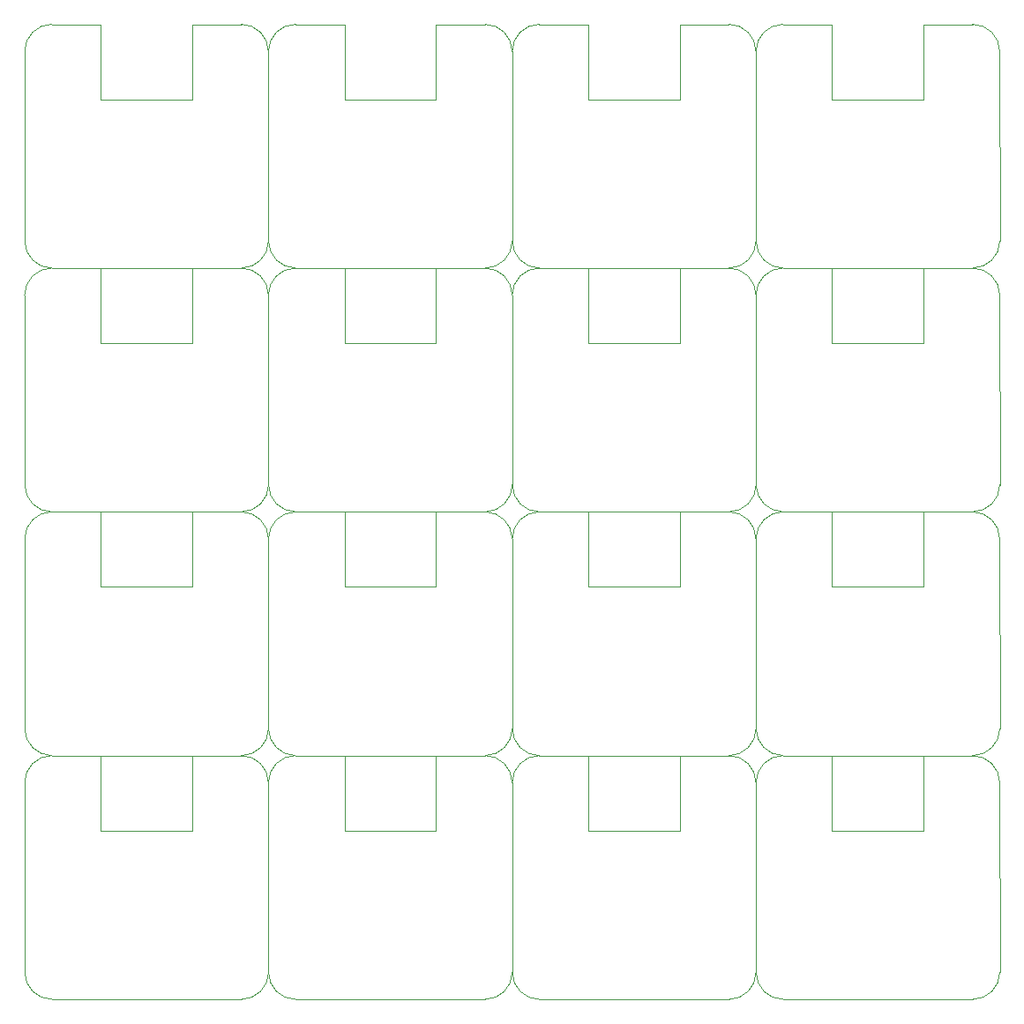
<source format=gm1>
G04 #@! TF.GenerationSoftware,KiCad,Pcbnew,8.0.6*
G04 #@! TF.CreationDate,2024-11-12T16:38:53+01:00*
G04 #@! TF.ProjectId,USB-C_Adapter - nutzen,5553422d-435f-4416-9461-70746572202d,rev?*
G04 #@! TF.SameCoordinates,Original*
G04 #@! TF.FileFunction,Profile,NP*
%FSLAX46Y46*%
G04 Gerber Fmt 4.6, Leading zero omitted, Abs format (unit mm)*
G04 Created by KiCad (PCBNEW 8.0.6) date 2024-11-12 16:38:53*
%MOMM*%
%LPD*%
G01*
G04 APERTURE LIST*
G04 #@! TA.AperFunction,Profile*
%ADD10C,0.050000*%
G04 #@! TD*
G04 APERTURE END LIST*
D10*
X225194000Y-117955900D02*
X229894000Y-117955900D01*
X183094000Y-141355900D02*
G75*
G02*
X185694000Y-143955900I0J-2600000D01*
G01*
X209104000Y-185555900D02*
X209094000Y-167355900D01*
X209104000Y-162155900D02*
X209094000Y-143955900D01*
X209104000Y-138755900D02*
X209094000Y-120555900D01*
X232494000Y-143955900D02*
G75*
G02*
X235094000Y-141355900I2600000J0D01*
G01*
X225194000Y-164755900D02*
X229894000Y-164755900D01*
X232504000Y-162155900D02*
G75*
G02*
X229904000Y-164755900I-2600000J0D01*
G01*
X248594000Y-141355900D02*
X253294000Y-141355900D01*
X211704000Y-188155900D02*
G75*
G02*
X209104000Y-185555900I0J2600000D01*
G01*
X232504000Y-162155900D02*
X232494000Y-143955900D01*
X235104000Y-141355900D02*
G75*
G02*
X232504000Y-138755900I0J2600000D01*
G01*
X229904000Y-164755900D02*
X211704000Y-164755900D01*
X232504000Y-138755900D02*
X232494000Y-120555900D01*
X232494000Y-97155900D02*
G75*
G02*
X235094000Y-94555900I2600000J0D01*
G01*
X206494000Y-164755900D02*
G75*
G02*
X209094000Y-167355900I0J-2600000D01*
G01*
X185704000Y-138755900D02*
X185694000Y-120555900D01*
X253304000Y-188155900D02*
X235104000Y-188155900D01*
X229894000Y-141355900D02*
G75*
G02*
X232494000Y-143955900I0J-2600000D01*
G01*
X185704000Y-115355900D02*
X185694000Y-97155900D01*
X229894000Y-164755900D02*
G75*
G02*
X232494000Y-167355900I0J-2600000D01*
G01*
X185704000Y-138755900D02*
G75*
G02*
X183104000Y-141355900I-2600000J0D01*
G01*
X248594000Y-94555900D02*
X253294000Y-94555900D01*
X164904000Y-117955900D02*
G75*
G02*
X162304000Y-115355900I0J2600000D01*
G01*
X253304000Y-141355900D02*
X235104000Y-141355900D01*
X232494000Y-167355900D02*
G75*
G02*
X235094000Y-164755900I2600000J0D01*
G01*
X162294000Y-167355900D02*
G75*
G02*
X164894000Y-164755900I2600000J0D01*
G01*
X255904000Y-115355900D02*
X255894000Y-97155900D01*
X235094000Y-164755900D02*
X239794000Y-164755900D01*
X209104000Y-138755900D02*
G75*
G02*
X206504000Y-141355900I-2600000J0D01*
G01*
X162304000Y-138755900D02*
X162294000Y-120555900D01*
X201794000Y-141355900D02*
X206494000Y-141355900D01*
X185694000Y-120555900D02*
G75*
G02*
X188294000Y-117955900I2600000J0D01*
G01*
X183104000Y-141355900D02*
X164904000Y-141355900D01*
X185704000Y-162155900D02*
X185694000Y-143955900D01*
X162304000Y-115355900D02*
X162294000Y-97155900D01*
X232504000Y-185555900D02*
X232494000Y-167355900D01*
X209104000Y-115355900D02*
G75*
G02*
X206504000Y-117955900I-2600000J0D01*
G01*
X225194000Y-141355900D02*
X229894000Y-141355900D01*
X162294000Y-120555900D02*
G75*
G02*
X164894000Y-117955900I2600000J0D01*
G01*
X164894000Y-117955900D02*
X169594000Y-117955900D01*
X255904000Y-185555900D02*
G75*
G02*
X253304000Y-188155900I-2600000J0D01*
G01*
X209104000Y-162155900D02*
X209094000Y-143955900D01*
X255904000Y-138755900D02*
X255894000Y-120555900D01*
X209094000Y-143955900D02*
G75*
G02*
X211694000Y-141355900I2600000J0D01*
G01*
X185704000Y-185555900D02*
G75*
G02*
X183104000Y-188155900I-2600000J0D01*
G01*
X235094000Y-94555900D02*
X239794000Y-94555900D01*
X232504000Y-115355900D02*
X232494000Y-97155900D01*
X185704000Y-115355900D02*
X185694000Y-97155900D01*
X209104000Y-138755900D02*
X209094000Y-120555900D01*
X185704000Y-185555900D02*
X185694000Y-167355900D01*
X211704000Y-164755900D02*
G75*
G02*
X209104000Y-162155900I0J2600000D01*
G01*
X255904000Y-162155900D02*
X255894000Y-143955900D01*
X206504000Y-117955900D02*
X188304000Y-117955900D01*
X209104000Y-115355900D02*
X209094000Y-97155900D01*
X235094000Y-141355900D02*
X239794000Y-141355900D01*
X183094000Y-94555900D02*
G75*
G02*
X185694000Y-97155900I0J-2600000D01*
G01*
X188304000Y-141355900D02*
G75*
G02*
X185704000Y-138755900I0J2600000D01*
G01*
X235104000Y-164755900D02*
G75*
G02*
X232504000Y-162155900I0J2600000D01*
G01*
X211694000Y-164755900D02*
X216394000Y-164755900D01*
X185704000Y-162155900D02*
G75*
G02*
X183104000Y-164755900I-2600000J0D01*
G01*
X164894000Y-141355900D02*
X169594000Y-141355900D01*
X185694000Y-143955900D02*
G75*
G02*
X188294000Y-141355900I2600000J0D01*
G01*
X229904000Y-141355900D02*
X211704000Y-141355900D01*
X188304000Y-188155900D02*
G75*
G02*
X185704000Y-185555900I0J2600000D01*
G01*
X183094000Y-164755900D02*
G75*
G02*
X185694000Y-167355900I0J-2600000D01*
G01*
X235104000Y-117955900D02*
G75*
G02*
X232504000Y-115355900I0J2600000D01*
G01*
X206494000Y-141355900D02*
G75*
G02*
X209094000Y-143955900I0J-2600000D01*
G01*
X178394000Y-117955900D02*
X183094000Y-117955900D01*
X206504000Y-164755900D02*
X188304000Y-164755900D01*
X211694000Y-94555900D02*
X216394000Y-94555900D01*
X253294000Y-164755900D02*
G75*
G02*
X255894000Y-167355900I0J-2600000D01*
G01*
X164894000Y-94555900D02*
X169594000Y-94555900D01*
X225194000Y-94555900D02*
X229894000Y-94555900D01*
X164894000Y-164755900D02*
X169594000Y-164755900D01*
X232504000Y-115355900D02*
G75*
G02*
X229904000Y-117955900I-2600000J0D01*
G01*
X183104000Y-117955900D02*
X164904000Y-117955900D01*
X232504000Y-138755900D02*
G75*
G02*
X229904000Y-141355900I-2600000J0D01*
G01*
X162294000Y-97155900D02*
G75*
G02*
X164894000Y-94555900I2600000J0D01*
G01*
X232504000Y-115355900D02*
X232494000Y-97155900D01*
X235104000Y-188155900D02*
G75*
G02*
X232504000Y-185555900I0J2600000D01*
G01*
X183104000Y-188155900D02*
X164904000Y-188155900D01*
X211704000Y-117955900D02*
G75*
G02*
X209104000Y-115355900I0J2600000D01*
G01*
X248594000Y-117955900D02*
X253294000Y-117955900D01*
X235094000Y-117955900D02*
X239794000Y-117955900D01*
X255904000Y-115355900D02*
G75*
G02*
X253304000Y-117955900I-2600000J0D01*
G01*
X164904000Y-141355900D02*
G75*
G02*
X162304000Y-138755900I0J2600000D01*
G01*
X162304000Y-162155900D02*
X162294000Y-143955900D01*
X201794000Y-117955900D02*
X206494000Y-117955900D01*
X185704000Y-162155900D02*
X185694000Y-143955900D01*
X211694000Y-141355900D02*
X216394000Y-141355900D01*
X209094000Y-97155900D02*
G75*
G02*
X211694000Y-94555900I2600000J0D01*
G01*
X185704000Y-115355900D02*
G75*
G02*
X183104000Y-117955900I-2600000J0D01*
G01*
X253304000Y-117955900D02*
X235104000Y-117955900D01*
X185704000Y-185555900D02*
X185694000Y-167355900D01*
X253294000Y-94555900D02*
G75*
G02*
X255894000Y-97155900I0J-2600000D01*
G01*
X178394000Y-94555900D02*
X183094000Y-94555900D01*
X206504000Y-141355900D02*
X188304000Y-141355900D01*
X211694000Y-117955900D02*
X216394000Y-117955900D01*
X253304000Y-164755900D02*
X235104000Y-164755900D01*
X183104000Y-164755900D02*
X164904000Y-164755900D01*
X232504000Y-185555900D02*
X232494000Y-167355900D01*
X188294000Y-94555900D02*
X192994000Y-94555900D01*
X229904000Y-188155900D02*
X211704000Y-188155900D01*
X178394000Y-141355900D02*
X183094000Y-141355900D01*
X232494000Y-120555900D02*
G75*
G02*
X235094000Y-117955900I2600000J0D01*
G01*
X188304000Y-164755900D02*
G75*
G02*
X185704000Y-162155900I0J2600000D01*
G01*
X255904000Y-162155900D02*
G75*
G02*
X253304000Y-164755900I-2600000J0D01*
G01*
X206494000Y-117955900D02*
G75*
G02*
X209094000Y-120555900I0J-2600000D01*
G01*
X209104000Y-185555900D02*
X209094000Y-167355900D01*
X188304000Y-117955900D02*
G75*
G02*
X185704000Y-115355900I0J2600000D01*
G01*
X209104000Y-185555900D02*
G75*
G02*
X206504000Y-188155900I-2600000J0D01*
G01*
X185694000Y-167355900D02*
G75*
G02*
X188294000Y-164755900I2600000J0D01*
G01*
X232504000Y-185555900D02*
G75*
G02*
X229904000Y-188155900I-2600000J0D01*
G01*
X255904000Y-138755900D02*
G75*
G02*
X253304000Y-141355900I-2600000J0D01*
G01*
X188294000Y-117955900D02*
X192994000Y-117955900D01*
X178394000Y-164755900D02*
X183094000Y-164755900D01*
X232504000Y-138755900D02*
X232494000Y-120555900D01*
X211704000Y-141355900D02*
G75*
G02*
X209104000Y-138755900I0J2600000D01*
G01*
X188294000Y-141355900D02*
X192994000Y-141355900D01*
X209094000Y-167355900D02*
G75*
G02*
X211694000Y-164755900I2600000J0D01*
G01*
X209104000Y-162155900D02*
G75*
G02*
X206504000Y-164755900I-2600000J0D01*
G01*
X185704000Y-138755900D02*
X185694000Y-120555900D01*
X253294000Y-141355900D02*
G75*
G02*
X255894000Y-143955900I0J-2600000D01*
G01*
X201794000Y-164755900D02*
X206494000Y-164755900D01*
X232504000Y-162155900D02*
X232494000Y-143955900D01*
X229904000Y-117955900D02*
X211704000Y-117955900D01*
X164904000Y-188155900D02*
G75*
G02*
X162304000Y-185555900I0J2600000D01*
G01*
X229894000Y-117955900D02*
G75*
G02*
X232494000Y-120555900I0J-2600000D01*
G01*
X185694000Y-97155900D02*
G75*
G02*
X188294000Y-94555900I2600000J0D01*
G01*
X229894000Y-94555900D02*
G75*
G02*
X232494000Y-97155900I0J-2600000D01*
G01*
X206494000Y-94555900D02*
G75*
G02*
X209094000Y-97155900I0J-2600000D01*
G01*
X162304000Y-185555900D02*
X162294000Y-167355900D01*
X201794000Y-94555900D02*
X206494000Y-94555900D01*
X164904000Y-164755900D02*
G75*
G02*
X162304000Y-162155900I0J2600000D01*
G01*
X162294000Y-143955900D02*
G75*
G02*
X164894000Y-141355900I2600000J0D01*
G01*
X255904000Y-185555900D02*
X255894000Y-167355900D01*
X206504000Y-188155900D02*
X188304000Y-188155900D01*
X248594000Y-164755900D02*
X253294000Y-164755900D01*
X188294000Y-164755900D02*
X192994000Y-164755900D01*
X209094000Y-120555900D02*
G75*
G02*
X211694000Y-117955900I2600000J0D01*
G01*
X253294000Y-117955900D02*
G75*
G02*
X255894000Y-120555900I0J-2600000D01*
G01*
X183094000Y-117955900D02*
G75*
G02*
X185694000Y-120555900I0J-2600000D01*
G01*
X209104000Y-115355900D02*
X209094000Y-97155900D01*
X216394000Y-94555900D02*
X216394000Y-101755900D01*
X225194000Y-101755900D02*
X216394000Y-101755900D01*
X225194000Y-101755900D02*
X225194000Y-94555900D01*
X216394000Y-164755900D02*
X216394000Y-171955900D01*
X225194000Y-171955900D02*
X216394000Y-171955900D01*
X225194000Y-171955900D02*
X225194000Y-164755900D01*
X239794000Y-94555900D02*
X239794000Y-101755900D01*
X248594000Y-101755900D02*
X239794000Y-101755900D01*
X248594000Y-101755900D02*
X248594000Y-94555900D01*
X169594000Y-117955900D02*
X169594000Y-125155900D01*
X178394000Y-125155900D02*
X169594000Y-125155900D01*
X178394000Y-125155900D02*
X178394000Y-117955900D01*
X239794000Y-164755900D02*
X239794000Y-171955900D01*
X248594000Y-171955900D02*
X239794000Y-171955900D01*
X248594000Y-171955900D02*
X248594000Y-164755900D01*
X192994000Y-164755900D02*
X192994000Y-171955900D01*
X201794000Y-171955900D02*
X192994000Y-171955900D01*
X201794000Y-171955900D02*
X201794000Y-164755900D01*
X216394000Y-117955900D02*
X216394000Y-125155900D01*
X225194000Y-125155900D02*
X216394000Y-125155900D01*
X225194000Y-125155900D02*
X225194000Y-117955900D01*
X216394000Y-141355900D02*
X216394000Y-148555900D01*
X225194000Y-148555900D02*
X216394000Y-148555900D01*
X225194000Y-148555900D02*
X225194000Y-141355900D01*
X192994000Y-141355900D02*
X192994000Y-148555900D01*
X201794000Y-148555900D02*
X192994000Y-148555900D01*
X201794000Y-148555900D02*
X201794000Y-141355900D01*
X192994000Y-117955900D02*
X192994000Y-125155900D01*
X201794000Y-125155900D02*
X192994000Y-125155900D01*
X201794000Y-125155900D02*
X201794000Y-117955900D01*
X169594000Y-94555900D02*
X169594000Y-101755900D01*
X178394000Y-101755900D02*
X169594000Y-101755900D01*
X178394000Y-101755900D02*
X178394000Y-94555900D01*
X239794000Y-141355900D02*
X239794000Y-148555900D01*
X248594000Y-148555900D02*
X239794000Y-148555900D01*
X248594000Y-148555900D02*
X248594000Y-141355900D01*
X239794000Y-117955900D02*
X239794000Y-125155900D01*
X248594000Y-125155900D02*
X239794000Y-125155900D01*
X248594000Y-125155900D02*
X248594000Y-117955900D01*
X192994000Y-94555900D02*
X192994000Y-101755900D01*
X201794000Y-101755900D02*
X192994000Y-101755900D01*
X201794000Y-101755900D02*
X201794000Y-94555900D01*
X169594000Y-164755900D02*
X169594000Y-171955900D01*
X178394000Y-171955900D02*
X169594000Y-171955900D01*
X178394000Y-171955900D02*
X178394000Y-164755900D01*
X169594000Y-141355900D02*
X169594000Y-148555900D01*
X178394000Y-148555900D02*
X169594000Y-148555900D01*
X178394000Y-148555900D02*
X178394000Y-141355900D01*
M02*

</source>
